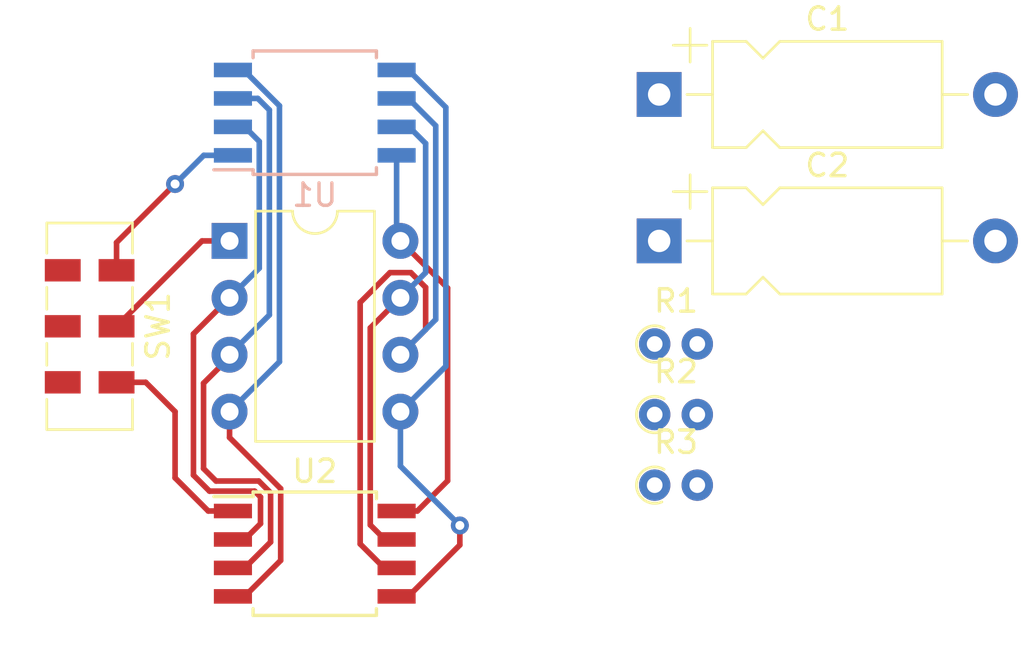
<source format=kicad_pcb>
(kicad_pcb (version 20221018) (generator pcbnew)
  (layers (0 "F.Cu" signal) (31 "B.Cu" signal) (34 "B.Paste" user) (35 "F.Paste" user) (36 "B.SilkS" user "B.Silkscreen") (37 "F.SilkS" user "F.Silkscreen") (38 "B.Mask" user) (39 "F.Mask" user) (44 "Edge.Cuts" user))
  (net 0 "")
  (net 1 "/CS")
  (net 2 "/DO")
  (net 3 "/WP")
  (net 4 "GND")
  (net 5 "/DI")
  (net 6 "/CLK")
  (net 7 "/HOLD")
  (net 8 "VCC")
  (net 9 "Net-(SW1A-C)")
  (net 10 "Net-(SW1A-A)")
  (footprint "Resistor_THT:R_Axial_DIN0204_L3.6mm_D1.6mm_P1.90mm_Vertical" (layer "F.Cu") (at 165.02 97.32)
    (fp_text reference "R1" (at 0.95 -1.92) (layer "F.SilkS"))
    (fp_text value "10k")
    (fp_arc (start 0.320095 0.749359) (mid -0.813042 -0.054435) (end 0.417133 -0.7) (stroke (width 0.12)) (layer "F.SilkS"))
    (pad "1" thru_hole circle (at 0 0) (size 1.4 1.4) (drill 0.7) (layers "*.Cu" "*.Mask") (net 8 "VCC"))
    (pad "2" thru_hole oval (at 1.9 0) (size 1.4 1.4) (drill 0.7) (layers "*.Cu" "*.Mask") (net 1 "/CS"))
  )
  (footprint "Package_DIP:DIP-8_W7.62mm" (layer "F.Cu") (at 146.06 92.72)
    (fp_text reference "J1" hide)
    (fp_text value "Conn_02x04_Counter_Clockwise" hide)
    (fp_line (start 1.16 -1.33) (end 1.16 8.95) (stroke (width 0.12)) (layer "F.SilkS"))
    (fp_line (start 1.16 8.95) (end 6.46 8.95) (stroke (width 0.12)) (layer "F.SilkS"))
    (fp_line (start 2.81 -1.33) (end 1.16 -1.33) (stroke (width 0.12)) (layer "F.SilkS"))
    (fp_line (start 6.46 -1.33) (end 4.81 -1.33) (stroke (width 0.12)) (layer "F.SilkS"))
    (fp_line (start 6.46 8.95) (end 6.46 -1.33) (stroke (width 0.12)) (layer "F.SilkS"))
    (fp_arc (start 4.81 -1.33) (mid 3.81 -0.33) (end 2.81 -1.33) (stroke (width 0.12)) (layer "F.SilkS"))
    (pad "1" thru_hole rect (at 0 0) (size 1.6 1.6) (drill 0.8) (layers "*.Cu" "*.Mask") (net 1 "/CS"))
    (pad "2" thru_hole oval (at 0 2.54) (size 1.6 1.6) (drill 0.8) (layers "*.Cu" "*.Mask") (net 2 "/DO"))
    (pad "3" thru_hole oval (at 0 5.08) (size 1.6 1.6) (drill 0.8) (layers "*.Cu" "*.Mask") (net 3 "/WP"))
    (pad "4" thru_hole oval (at 0 7.62) (size 1.6 1.6) (drill 0.8) (layers "*.Cu" "*.Mask") (net 4 "GND"))
    (pad "5" thru_hole oval (at 7.62 7.62) (size 1.6 1.6) (drill 0.8) (layers "*.Cu" "*.Mask") (net 5 "/DI"))
    (pad "6" thru_hole oval (at 7.62 5.08) (size 1.6 1.6) (drill 0.8) (layers "*.Cu" "*.Mask") (net 6 "/CLK"))
    (pad "7" thru_hole oval (at 7.62 2.54) (size 1.6 1.6) (drill 0.8) (layers "*.Cu" "*.Mask") (net 7 "/HOLD"))
    (pad "8" thru_hole oval (at 7.62 0) (size 1.6 1.6) (drill 0.8) (layers "*.Cu" "*.Mask") (net 8 "VCC"))
  )
  (footprint "Package_SO:SOIC-8W_5.3x5.3mm_P1.27mm" (layer "F.Cu") (at 149.86 106.68)
    (fp_text reference "U2" (at 0 -3.68) (layer "F.SilkS"))
    (fp_text value "W25Q64FVSS")
    (fp_line (start -2.75 -2.755) (end -2.75 -2.55) (stroke (width 0.15)) (layer "F.SilkS"))
    (fp_line (start -2.75 -2.755) (end 2.75 -2.755) (stroke (width 0.15)) (layer "F.SilkS"))
    (fp_line (start -2.75 -2.55) (end -4.5 -2.55) (stroke (width 0.15)) (layer "F.SilkS"))
    (fp_line (start -2.75 2.755) (end -2.75 2.455) (stroke (width 0.15)) (layer "F.SilkS"))
    (fp_line (start -2.75 2.755) (end 2.75 2.755) (stroke (width 0.15)) (layer "F.SilkS"))
    (fp_line (start 2.75 -2.755) (end 2.75 -2.455) (stroke (width 0.15)) (layer "F.SilkS"))
    (fp_line (start 2.75 2.755) (end 2.75 2.455) (stroke (width 0.15)) (layer "F.SilkS"))
    (pad "1" smd rect (at -3.65 -1.905) (size 1.7 0.65) (layers "F.Cu" "F.Paste" "F.Mask") (net 9 "Net-(SW1A-C)"))
    (pad "2" smd rect (at -3.65 -0.635) (size 1.7 0.65) (layers "F.Cu" "F.Paste" "F.Mask") (net 2 "/DO"))
    (pad "3" smd rect (at -3.65 0.635) (size 1.7 0.65) (layers "F.Cu" "F.Paste" "F.Mask") (net 3 "/WP"))
    (pad "4" smd rect (at -3.65 1.905) (size 1.7 0.65) (layers "F.Cu" "F.Paste" "F.Mask") (net 4 "GND"))
    (pad "5" smd rect (at 3.65 1.905) (size 1.7 0.65) (layers "F.Cu" "F.Paste" "F.Mask") (net 5 "/DI"))
    (pad "6" smd rect (at 3.65 0.635) (size 1.7 0.65) (layers "F.Cu" "F.Paste" "F.Mask") (net 6 "/CLK"))
    (pad "7" smd rect (at 3.65 -0.635) (size 1.7 0.65) (layers "F.Cu" "F.Paste" "F.Mask") (net 7 "/HOLD"))
    (pad "8" smd rect (at 3.65 -1.905) (size 1.7 0.65) (layers "F.Cu" "F.Paste" "F.Mask") (net 8 "VCC"))
  )
  (footprint "Capacitor_THT:CP_Axial_L10.0mm_D4.5mm_P15.00mm_Horizontal" (layer "F.Cu") (at 165.22 86.185)
    (fp_text reference "C1" (at 7.5 -3.37) (layer "F.SilkS"))
    (fp_text value "0.1uF")
    (fp_line (start 0.63 -2.2) (end 2.13 -2.2) (stroke (width 0.12)) (layer "F.SilkS"))
    (fp_line (start 1.24 0) (end 2.38 0) (stroke (width 0.12)) (layer "F.SilkS"))
    (fp_line (start 1.38 -2.95) (end 1.38 -1.45) (stroke (width 0.12)) (layer "F.SilkS"))
    (fp_line (start 2.38 -2.37) (end 2.38 2.37) (stroke (width 0.12)) (layer "F.SilkS"))
    (fp_line (start 2.38 -2.37) (end 3.88 -2.37) (stroke (width 0.12)) (layer "F.SilkS"))
    (fp_line (start 2.38 2.37) (end 3.88 2.37) (stroke (width 0.12)) (layer "F.SilkS"))
    (fp_line (start 3.88 -2.37) (end 4.63 -1.62) (stroke (width 0.12)) (layer "F.SilkS"))
    (fp_line (start 3.88 2.37) (end 4.63 1.62) (stroke (width 0.12)) (layer "F.SilkS"))
    (fp_line (start 4.63 -1.62) (end 5.38 -2.37) (stroke (width 0.12)) (layer "F.SilkS"))
    (fp_line (start 4.63 1.62) (end 5.38 2.37) (stroke (width 0.12)) (layer "F.SilkS"))
    (fp_line (start 5.38 -2.37) (end 12.62 -2.37) (stroke (width 0.12)) (layer "F.SilkS"))
    (fp_line (start 5.38 2.37) (end 12.62 2.37) (stroke (width 0.12)) (layer "F.SilkS"))
    (fp_line (start 12.62 -2.37) (end 12.62 2.37) (stroke (width 0.12)) (layer "F.SilkS"))
    (fp_line (start 13.76 0) (end 12.62 0) (stroke (width 0.12)) (layer "F.SilkS"))
    (pad "1" thru_hole rect (at 0 0) (size 2 2) (drill 1) (layers "*.Cu" "*.Mask") (net 4 "GND"))
    (pad "2" thru_hole oval (at 15 0) (size 2 2) (drill 1) (layers "*.Cu" "*.Mask") (net 8 "VCC"))
  )
  (footprint "Resistor_THT:R_Axial_DIN0204_L3.6mm_D1.6mm_P1.90mm_Vertical" (layer "F.Cu") (at 165.02 100.47)
    (fp_text reference "R2" (at 0.95 -1.92) (layer "F.SilkS"))
    (fp_text value "10k")
    (fp_arc (start 0.320095 0.749359) (mid -0.813042 -0.054435) (end 0.417133 -0.7) (stroke (width 0.12)) (layer "F.SilkS"))
    (pad "1" thru_hole circle (at 0 0) (size 1.4 1.4) (drill 0.7) (layers "*.Cu" "*.Mask") (net 3 "/WP"))
    (pad "2" thru_hole oval (at 1.9 0) (size 1.4 1.4) (drill 0.7) (layers "*.Cu" "*.Mask") (net 8 "VCC"))
  )
  (footprint "Button_Switch_SMD:SW_DPDT_CK_JS202011JCQN" (layer "F.Cu") (at 139.82 96.53 -90)
    (fp_text reference "SW1" (at 0 -3.05 90) (layer "F.SilkS"))
    (fp_text value "SW_DPDT_x2")
    (fp_line (start -4.61 -1.91) (end -4.61 1.91) (stroke (width 0.12)) (layer "F.SilkS"))
    (fp_line (start -4.61 1.91) (end -3.26 1.91) (stroke (width 0.12)) (layer "F.SilkS"))
    (fp_line (start -3.26 -1.91) (end -4.61 -1.91) (stroke (width 0.12)) (layer "F.SilkS"))
    (fp_line (start -0.76 -1.91) (end -1.74 -1.91) (stroke (width 0.12)) (layer "F.SilkS"))
    (fp_line (start -0.76 1.91) (end -1.74 1.91) (stroke (width 0.12)) (layer "F.SilkS"))
    (fp_line (start 1.74 -1.91) (end 0.76 -1.91) (stroke (width 0.12)) (layer "F.SilkS"))
    (fp_line (start 1.74 1.91) (end 0.76 1.91) (stroke (width 0.12)) (layer "F.SilkS"))
    (fp_line (start 4.61 -1.91) (end 3.26 -1.91) (stroke (width 0.12)) (layer "F.SilkS"))
    (fp_line (start 4.61 -1.91) (end 4.61 1.91) (stroke (width 0.12)) (layer "F.SilkS"))
    (fp_line (start 4.61 1.91) (end 3.26 1.91) (stroke (width 0.12)) (layer "F.SilkS"))
    (pad "1" smd rect (at -2.5 -1.2 270) (size 1 1.6) (layers "F.Cu" "F.Paste" "F.Mask") (net 10 "Net-(SW1A-A)"))
    (pad "2" smd rect (at 0 -1.2 270) (size 1 1.6) (layers "F.Cu" "F.Paste" "F.Mask") (net 1 "/CS"))
    (pad "3" smd rect (at 2.5 -1.2 270) (size 1 1.6) (layers "F.Cu" "F.Paste" "F.Mask") (net 9 "Net-(SW1A-C)"))
    (pad "4" smd rect (at -2.5 1.2 270) (size 1 1.6) (layers "F.Cu" "F.Paste" "F.Mask"))
    (pad "5" smd rect (at 0 1.2 270) (size 1 1.6) (layers "F.Cu" "F.Paste" "F.Mask"))
    (pad "6" smd rect (at 2.5 1.2 270) (size 1 1.6) (layers "F.Cu" "F.Paste" "F.Mask"))
  )
  (footprint "Capacitor_THT:CP_Axial_L10.0mm_D4.5mm_P15.00mm_Horizontal" (layer "F.Cu") (at 165.22 92.72)
    (fp_text reference "C2" (at 7.5 -3.37) (layer "F.SilkS"))
    (fp_text value "0.1uF")
    (fp_line (start 0.63 -2.2) (end 2.13 -2.2) (stroke (width 0.12)) (layer "F.SilkS"))
    (fp_line (start 1.24 0) (end 2.38 0) (stroke (width 0.12)) (layer "F.SilkS"))
    (fp_line (start 1.38 -2.95) (end 1.38 -1.45) (stroke (width 0.12)) (layer "F.SilkS"))
    (fp_line (start 2.38 -2.37) (end 2.38 2.37) (stroke (width 0.12)) (layer "F.SilkS"))
    (fp_line (start 2.38 -2.37) (end 3.88 -2.37) (stroke (width 0.12)) (layer "F.SilkS"))
    (fp_line (start 2.38 2.37) (end 3.88 2.37) (stroke (width 0.12)) (layer "F.SilkS"))
    (fp_line (start 3.88 -2.37) (end 4.63 -1.62) (stroke (width 0.12)) (layer "F.SilkS"))
    (fp_line (start 3.88 2.37) (end 4.63 1.62) (stroke (width 0.12)) (layer "F.SilkS"))
    (fp_line (start 4.63 -1.62) (end 5.38 -2.37) (stroke (width 0.12)) (layer "F.SilkS"))
    (fp_line (start 4.63 1.62) (end 5.38 2.37) (stroke (width 0.12)) (layer "F.SilkS"))
    (fp_line (start 5.38 -2.37) (end 12.62 -2.37) (stroke (width 0.12)) (layer "F.SilkS"))
    (fp_line (start 5.38 2.37) (end 12.62 2.37) (stroke (width 0.12)) (layer "F.SilkS"))
    (fp_line (start 12.62 -2.37) (end 12.62 2.37) (stroke (width 0.12)) (layer "F.SilkS"))
    (fp_line (start 13.76 0) (end 12.62 0) (stroke (width 0.12)) (layer "F.SilkS"))
    (pad "1" thru_hole rect (at 0 0) (size 2 2) (drill 1) (layers "*.Cu" "*.Mask") (net 8 "VCC"))
    (pad "2" thru_hole oval (at 15 0) (size 2 2) (drill 1) (layers "*.Cu" "*.Mask") (net 4 "GND"))
  )
  (footprint "Resistor_THT:R_Axial_DIN0204_L3.6mm_D1.6mm_P1.90mm_Vertical" (layer "F.Cu") (at 165.02 103.62)
    (fp_text reference "R3" (at 0.95 -1.92) (layer "F.SilkS"))
    (fp_text value "10k")
    (fp_arc (start 0.320095 0.749359) (mid -0.813042 -0.054435) (end 0.417133 -0.7) (stroke (width 0.12)) (layer "F.SilkS"))
    (pad "1" thru_hole circle (at 0 0) (size 1.4 1.4) (drill 0.7) (layers "*.Cu" "*.Mask") (net 7 "/HOLD"))
    (pad "2" thru_hole oval (at 1.9 0) (size 1.4 1.4) (drill 0.7) (layers "*.Cu" "*.Mask") (net 8 "VCC"))
  )
  (footprint "Package_SO:SOIC-8W_5.3x5.3mm_P1.27mm" (layer "B.Cu") (at 149.86 86.995)
    (fp_text reference "U1" (at 0 3.68) (layer "B.SilkS") (effects (justify mirror)))
    (fp_text value "W25Q64FVSS" hide)
    (fp_line (start -2.75 -2.755) (end -2.75 -2.455) (stroke (width 0.15)) (layer "B.SilkS"))
    (fp_line (start -2.75 -2.755) (end 2.75 -2.755) (stroke (width 0.15)) (layer "B.SilkS"))
    (fp_line (start -2.75 2.55) (end -4.5 2.55) (stroke (width 0.15)) (layer "B.SilkS"))
    (fp_line (start -2.75 2.755) (end -2.75 2.55) (stroke (width 0.15)) (layer "B.SilkS"))
    (fp_line (start -2.75 2.755) (end 2.75 2.755) (stroke (width 0.15)) (layer "B.SilkS"))
    (fp_line (start 2.75 -2.755) (end 2.75 -2.455) (stroke (width 0.15)) (layer "B.SilkS"))
    (fp_line (start 2.75 2.755) (end 2.75 2.455) (stroke (width 0.15)) (layer "B.SilkS"))
    (pad "1" smd rect (at -3.65 1.905) (size 1.7 0.65) (layers "B.Cu" "B.Paste" "B.Mask") (net 10 "Net-(SW1A-A)"))
    (pad "2" smd rect (at -3.65 0.635) (size 1.7 0.65) (layers "B.Cu" "B.Paste" "B.Mask") (net 2 "/DO"))
    (pad "3" smd rect (at -3.65 -0.635) (size 1.7 0.65) (layers "B.Cu" "B.Paste" "B.Mask") (net 3 "/WP"))
    (pad "4" smd rect (at -3.65 -1.905) (size 1.7 0.65) (layers "B.Cu" "B.Paste" "B.Mask") (net 4 "GND"))
    (pad "5" smd rect (at 3.65 -1.905) (size 1.7 0.65) (layers "B.Cu" "B.Paste" "B.Mask") (net 5 "/DI"))
    (pad "6" smd rect (at 3.65 -0.635) (size 1.7 0.65) (layers "B.Cu" "B.Paste" "B.Mask") (net 6 "/CLK"))
    (pad "7" smd rect (at 3.65 0.635) (size 1.7 0.65) (layers "B.Cu" "B.Paste" "B.Mask") (net 7 "/HOLD"))
    (pad "8" smd rect (at 3.65 1.905) (size 1.7 0.65) (layers "B.Cu" "B.Paste" "B.Mask") (net 8 "VCC"))
  )
  (segment (start 146.06 92.72) (end 144.83 92.72) (width 0.25) (layer "F.Cu") (net 1))
  (segment (start 144.83 92.72) (end 141.02 96.53) (width 0.25) (layer "F.Cu") (net 1))
  (via (at 143.63 90.18) (size 0.8) (drill 0.4) (layers "F.Cu" "B.Cu") (net 1))
  (segment (start 147.44 105.34) (end 146.735 106.045) (width 0.25) (layer "F.Cu") (net 2))
  (segment (start 146.06 95.26) (end 144.45 96.87) (width 0.25) (layer "F.Cu") (net 2))
  (segment (start 147.44 104.15) (end 147.44 105.34) (width 0.25) (layer "F.Cu") (net 2))
  (segment (start 146.735 106.045) (end 146.21 106.045) (width 0.25) (layer "F.Cu") (net 2))
  (segment (start 144.45 103.173604) (end 145.163198 103.886802) (width 0.25) (layer "F.Cu") (net 2))
  (segment (start 144.45 96.87) (end 144.45 103.173604) (width 0.25) (layer "F.Cu") (net 2))
  (segment (start 147.176802 103.886802) (end 147.44 104.15) (width 0.25) (layer "F.Cu") (net 2))
  (segment (start 145.163198 103.886802) (end 147.176802 103.886802) (width 0.25) (layer "F.Cu") (net 2))
  (segment (start 146.06 95.26) (end 147.385 93.935) (width 0.25) (layer "B.Cu") (net 2))
  (segment (start 146.735 87.63) (end 146.21 87.63) (width 0.25) (layer "B.Cu") (net 2))
  (segment (start 147.385 88.28) (end 146.735 87.63) (width 0.25) (layer "B.Cu") (net 2))
  (segment (start 147.385 93.935) (end 147.385 88.28) (width 0.25) (layer "B.Cu") (net 2))
  (segment (start 144.9 102.88) (end 145.456802 103.436802) (width 0.25) (layer "F.Cu") (net 3))
  (segment (start 147.89 103.963604) (end 147.89 106.16) (width 0.25) (layer "F.Cu") (net 3))
  (segment (start 146.17 97.8) (end 144.9 99.07) (width 0.25) (layer "F.Cu") (net 3))
  (segment (start 145.456802 103.436802) (end 147.363198 103.436802) (width 0.25) (layer "F.Cu") (net 3))
  (segment (start 146.735 107.315) (end 146.21 107.315) (width 0.25) (layer "F.Cu") (net 3))
  (segment (start 144.9 99.07) (end 144.9 102.88) (width 0.25) (layer "F.Cu") (net 3))
  (segment (start 147.89 106.16) (end 146.735 107.315) (width 0.25) (layer "F.Cu") (net 3))
  (segment (start 146.06 97.8) (end 146.17 97.8) (width 0.25) (layer "F.Cu") (net 3))
  (segment (start 147.363198 103.436802) (end 147.89 103.963604) (width 0.25) (layer "F.Cu") (net 3))
  (segment (start 146.06 97.8) (end 147.835 96.025) (width 0.25) (layer "B.Cu") (net 3))
  (segment (start 147.835 96.025) (end 147.835 86.875) (width 0.25) (layer "B.Cu") (net 3))
  (segment (start 147.835 86.875) (end 147.32 86.36) (width 0.25) (layer "B.Cu") (net 3))
  (segment (start 147.32 86.36) (end 146.21 86.36) (width 0.25) (layer "B.Cu") (net 3))
  (segment (start 148.34 106.98) (end 148.34 103.777208) (width 0.25) (layer "F.Cu") (net 4))
  (segment (start 146.735 108.585) (end 148.34 106.98) (width 0.25) (layer "F.Cu") (net 4))
  (segment (start 146.06 101.497208) (end 146.06 100.34) (width 0.25) (layer "F.Cu") (net 4))
  (segment (start 148.34 103.777208) (end 146.06 101.497208) (width 0.25) (layer "F.Cu") (net 4))
  (segment (start 146.21 108.585) (end 146.735 108.585) (width 0.25) (layer "F.Cu") (net 4))
  (segment (start 146.686396 85.09) (end 146.21 85.09) (width 0.25) (layer "B.Cu") (net 4))
  (segment (start 148.285 86.688604) (end 146.686396 85.09) (width 0.25) (layer "B.Cu") (net 4))
  (segment (start 148.285 98.115) (end 148.285 86.688604) (width 0.25) (layer "B.Cu") (net 4))
  (segment (start 146.06 100.34) (end 148.285 98.115) (width 0.25) (layer "B.Cu") (net 4))
  (segment (start 156.33 106.29) (end 156.33 105.42) (width 0.25) (layer "F.Cu") (net 5))
  (segment (start 153.51 108.585) (end 154.035 108.585) (width 0.25) (layer "F.Cu") (net 5))
  (segment (start 154.035 108.585) (end 156.33 106.29) (width 0.25) (layer "F.Cu") (net 5))
  (via (at 156.33 105.42) (size 0.8) (drill 0.4) (layers "F.Cu" "B.Cu") (net 5))
  (segment (start 155.705 86.76) (end 155.705 98.315) (width 0.25) (layer "B.Cu") (net 5))
  (segment (start 153.51 85.09) (end 154.035 85.09) (width 0.25) (layer "B.Cu") (net 5))
  (segment (start 153.68 100.34) (end 153.68 102.77) (width 0.25) (layer "B.Cu") (net 5))
  (segment (start 154.035 85.09) (end 155.705 86.76) (width 0.25) (layer "B.Cu") (net 5))
  (segment (start 155.705 98.315) (end 153.68 100.34) (width 0.25) (layer "B.Cu") (net 5))
  (segment (start 153.68 102.77) (end 156.33 105.42) (width 0.25) (layer "B.Cu") (net 5))
  (segment (start 153.214009 94.135) (end 154.145991 94.135) (width 0.25) (layer "F.Cu") (net 6))
  (segment (start 153.51 107.315) (end 154.035 107.315) (width 0.25) (layer "F.Cu") (net 6))
  (segment (start 154.805 94.794009) (end 154.805 96.675) (width 0.25) (layer "F.Cu") (net 6))
  (segment (start 153.51 107.315) (end 152.955 107.315) (width 0.25) (layer "F.Cu") (net 6))
  (segment (start 151.885 106.245) (end 151.885 95.464009) (width 0.25) (layer "F.Cu") (net 6))
  (segment (start 154.145991 94.135) (end 154.805 94.794009) (width 0.25) (layer "F.Cu") (net 6))
  (segment (start 151.885 95.464009) (end 153.214009 94.135) (width 0.25) (layer "F.Cu") (net 6))
  (segment (start 154.805 96.675) (end 153.68 97.8) (width 0.25) (layer "F.Cu") (net 6))
  (segment (start 152.955 107.315) (end 151.885 106.245) (width 0.25) (layer "F.Cu") (net 6))
  (segment (start 153.51 86.36) (end 154.035 86.36) (width 0.25) (layer "B.Cu") (net 6))
  (segment (start 155.255 87.58) (end 155.255 96.225) (width 0.25) (layer "B.Cu") (net 6))
  (segment (start 155.255 96.225) (end 153.68 97.8) (width 0.25) (layer "B.Cu") (net 6))
  (segment (start 154.035 86.36) (end 155.255 87.58) (width 0.25) (layer "B.Cu") (net 6))
  (segment (start 152.335 96.605) (end 153.68 95.26) (width 0.25) (layer "F.Cu") (net 7))
  (segment (start 153.51 106.045) (end 152.985 106.045) (width 0.25) (layer "F.Cu") (net 7))
  (segment (start 152.335 105.395) (end 152.335 96.605) (width 0.25) (layer "F.Cu") (net 7))
  (segment (start 152.985 106.045) (end 152.335 105.395) (width 0.25) (layer "F.Cu") (net 7))
  (segment (start 154.805 94.135) (end 153.68 95.26) (width 0.25) (layer "B.Cu") (net 7))
  (segment (start 154.805 88.37) (end 154.805 94.135) (width 0.25) (layer "B.Cu") (net 7))
  (segment (start 154.065 87.63) (end 154.805 88.37) (width 0.25) (layer "B.Cu") (net 7))
  (segment (start 153.51 87.63) (end 154.065 87.63) (width 0.25) (layer "B.Cu") (net 7))
  (segment (start 155.785 103.425) (end 154.435 104.775) (width 0.25) (layer "F.Cu") (net 8))
  (segment (start 154.435 104.775) (end 153.51 104.775) (width 0.25) (layer "F.Cu") (net 8))
  (segment (start 155.785 94.825) (end 155.785 103.425) (width 0.25) (layer "F.Cu") (net 8))
  (segment (start 153.68 92.72) (end 155.785 94.825) (width 0.25) (layer "F.Cu") (net 8))
  (segment (start 153.68 89.07) (end 153.51 88.9) (width 0.25) (layer "B.Cu") (net 8))
  (segment (start 153.51 88.9) (end 153.51 92.55) (width 0.25) (layer "B.Cu") (net 8))
  (segment (start 153.51 92.55) (end 153.68 92.72) (width 0.25) (layer "B.Cu") (net 8))
  (segment (start 143.63 103.295) (end 143.63 100.34) (width 0.25) (layer "F.Cu") (net 9))
  (segment (start 143.63 100.34) (end 142.32 99.03) (width 0.25) (layer "F.Cu") (net 9))
  (segment (start 142.32 99.03) (end 141.02 99.03) (width 0.25) (layer "F.Cu") (net 9))
  (segment (start 146.21 104.775) (end 145.11 104.775) (width 0.25) (layer "F.Cu") (net 9))
  (segment (start 145.11 104.775) (end 143.63 103.295) (width 0.25) (layer "F.Cu") (net 9))
  (segment (start 141.02 92.79) (end 143.63 90.18) (width 0.25) (layer "F.Cu") (net 10))
  (segment (start 141.02 94.03) (end 141.02 92.79) (width 0.25) (layer "F.Cu") (net 10))
  (segment (start 146.21 88.9) (end 144.91 88.9) (width 0.25) (layer "B.Cu") (net 10))
  (segment (start 144.91 88.9) (end 143.63 90.18) (width 0.25) (layer "B.Cu") (net 10))
)
</source>
